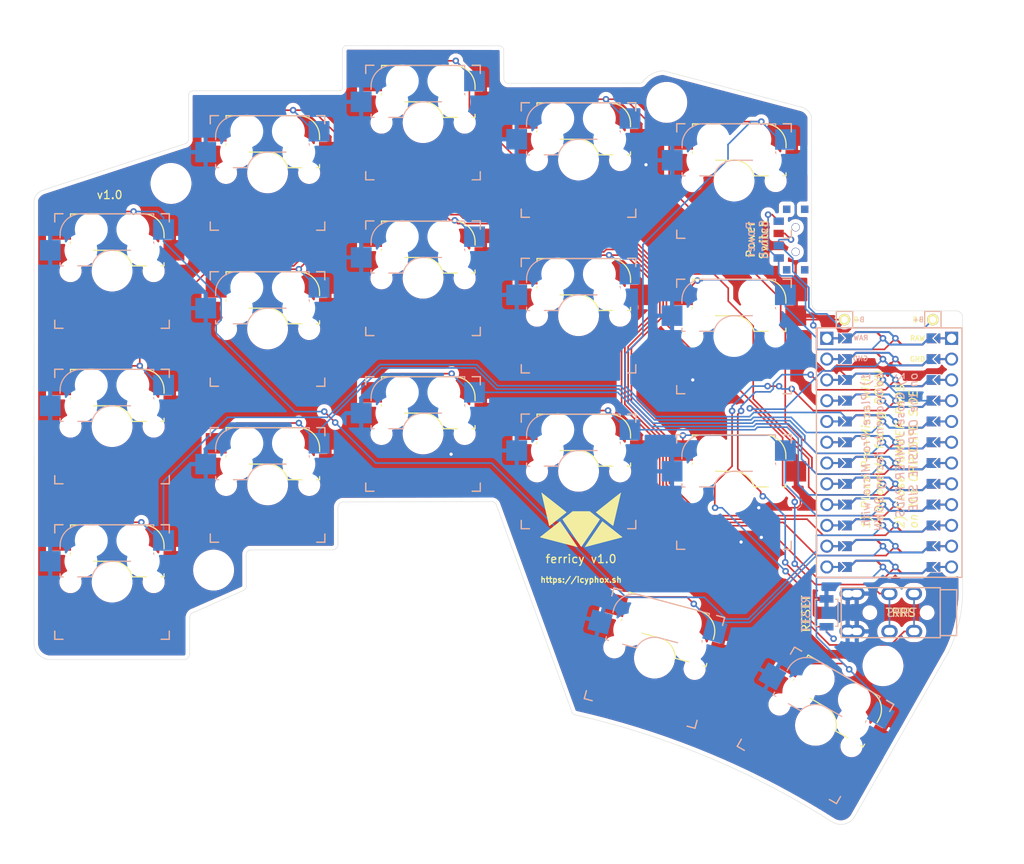
<source format=kicad_pcb>
(kicad_pcb (version 20211014) (generator pcbnew)
  (layers (0 "F.Cu" signal) (31 "B.Cu" signal) (34 "B.Paste" user) (35 "F.Paste" user) (36 "B.SilkS" user "B.Silkscreen") (37 "F.SilkS" user "F.Silkscreen") (38 "B.Mask" user) (39 "F.Mask" user) (44 "Edge.Cuts" user))
  (net 0 "")
  (net 1 "gnd")
  (net 2 "vcc")
  (net 3 "Switch18")
  (net 4 "reset")
  (net 5 "Switch1")
  (net 6 "Switch2")
  (net 7 "Switch3")
  (net 8 "Switch4")
  (net 9 "Switch5")
  (net 10 "Switch6")
  (net 11 "Switch7")
  (net 12 "Switch8")
  (net 13 "Switch9")
  (net 14 "Switch10")
  (net 15 "Switch11")
  (net 16 "Switch12")
  (net 17 "Switch13")
  (net 18 "Switch14")
  (net 19 "Switch15")
  (net 20 "Switch16")
  (net 21 "Switch17")
  (net 22 "raw")
  (net 23 "BT+_r")
  (net 24 "Net-(SW_POWERR1-Pad1)")
  (footprint "kbd:1pin_conn" (layer "F.Cu") (at 145.288 82.931)
    (fp_text reference "Bat+r1" hide)
    (fp_text value "MountingHole_Pad" hide)
  )
  (footprint "kbd:1pin_conn" (layer "F.Cu") (at 134.493 82.931)
    (fp_text reference "BatGND1" hide)
    (fp_text value "MountingHole_Pad" hide)
  )
  (footprint "Keyswitches by Daprice:Kailh_socket_MX_reversible_sameside" (layer "F.Cu") (at 45 77)
    (fp_text reference "SW2" hide)
    (fp_text value "SW_Push" hide)
  )
  (footprint "Keyswitches by Daprice:Kailh_socket_MX_reversible_sameside" (layer "F.Cu") (at 64 65)
    (fp_text reference "SW3" hide)
    (fp_text value "SW_Push" hide)
  )
  (footprint "Keyswitches by Daprice:Kailh_socket_MX_reversible_sameside" (layer "F.Cu") (at 83 58.86)
    (fp_text reference "SW4" hide)
    (fp_text value "SW_Push" hide)
  )
  (footprint "Keyswitches by Daprice:Kailh_socket_MX_reversible_sameside" (layer "F.Cu") (at 101.994 63.432)
    (fp_text reference "SW5" hide)
    (fp_text value "SW_Push" hide)
  )
  (footprint "Keyswitches by Daprice:Kailh_socket_MX_reversible_sameside" (layer "F.Cu") (at 121 66)
    (fp_text reference "SW6" hide)
    (fp_text value "SW_Push" hide)
  )
  (footprint "Keyswitches by Daprice:Kailh_socket_MX_reversible_sameside" (layer "F.Cu") (at 45 96)
    (fp_text reference "SW8" hide)
    (fp_text value "SW_Push" hide)
  )
  (footprint "Keyswitches by Daprice:Kailh_socket_MX_reversible_sameside" (layer "F.Cu") (at 64 84.074)
    (fp_text reference "SW9" hide)
    (fp_text value "SW_Push" hide)
  )
  (footprint "Keyswitches by Daprice:Kailh_socket_MX_reversible_sameside" (layer "F.Cu") (at 83 77.878)
    (fp_text reference "SW10" hide)
    (fp_text value "SW_Push" hide)
  )
  (footprint "Keyswitches by Daprice:Kailh_socket_MX_reversible_sameside" (layer "F.Cu") (at 102 82.45)
    (fp_text reference "SW11" hide)
    (fp_text value "SW_Push" hide)
  )
  (footprint "Keyswitches by Daprice:Kailh_socket_MX_reversible_sameside" (layer "F.Cu") (at 120.98 84.99)
    (fp_text reference "SW12" hide)
    (fp_text value "SW_Push" hide)
  )
  (footprint "Keyswitches by Daprice:Kailh_socket_MX_reversible_sameside" (layer "F.Cu") (at 45 115)
    (fp_text reference "SW14" hide)
    (fp_text value "SW_Push" hide)
  )
  (footprint "Keyswitches by Daprice:Kailh_socket_MX_reversible_sameside" (layer "F.Cu") (at 64.008 103.124)
    (fp_text reference "SW15" hide)
    (fp_text value "SW_Push" hide)
  )
  (footprint "Keyswitches by Daprice:Kailh_socket_MX_reversible_sameside" (layer "F.Cu") (at 102 101.468)
    (fp_text reference "SW17" hide)
    (fp_text value "SW_Push" hide)
  )
  (footprint "Keyswitches by Daprice:Kailh_socket_MX_reversible_sameside" (layer "F.Cu") (at 130.95 132.504 -30)
    (fp_text reference "SW20" hide)
    (fp_text value "SW_Push" hide)
  )
  (footprint "Keyswitches by Daprice:Kailh_socket_MX_reversible_sameside" (layer "F.Cu") (at 111.272 124.288 -15)
    (fp_text reference "SW21" hide)
    (fp_text value "SW_Push" hide)
  )
  (footprint "kbd:SW_SPST_B3U-1000P" (layer "F.Cu") (at 132.291 118.758 -90)
    (fp_text reference "RST_B" hide)
    (fp_text value "SW_Push")
  )
  (footprint "Keyswitches by Daprice:Kailh_socket_MX_reversible_sameside" (layer "F.Cu") (at 120.98 104.008)
    (fp_text reference "SW18" hide)
    (fp_text value "SW_Push" hide)
  )
  (footprint "Promicro-Jumpers:ProMicro_facedown" (layer "F.Cu") (at 139.954 99.187 -90)
    (fp_text reference "U1" hide)
    (fp_text value "ProMicro-kbd" hide)
  )
  (footprint "Kailh:TRRS-PJ-DPB2" (layer "F.Cu") (at 146.19 118.734 -90)
    (fp_text reference "J2")
    (fp_text value "AudioJack4dpb" hide)
  )
  (footprint "Keyswitches by Daprice:Kailh_socket_MX_reversible_sameside" (layer "F.Cu") (at 83 96.896)
    (fp_text reference "SW16" hide)
    (fp_text value "SW_Push" hide)
  )
  (footprint "MountingHole:MountingHole_3.2mm_M3" (layer "F.Cu") (at 52.197 66.294)
    (fp_text reference "Mounting 04" hide)
    (fp_text value "MountingHole_3.2mm_M3")
  )
  (footprint "MountingHole:MountingHole_3.2mm_M3" (layer "F.Cu") (at 57.404 113.538)
    (fp_text reference "Mounting 03" hide)
    (fp_text value "MountingHole_3.2mm_M3")
  )
  (footprint "Kailh:SPDT_C128955r" (layer "F.Cu") (at 128.524 73.152 -90)
    (fp_text reference "SW_POWERR_BK" hide)
    (fp_text value "SW_SPDT")
  )
  (footprint "motif" (layer "F.Cu") (at 102.302 107.099)
    (fp_text reference ".")
    (fp_text value "LOGO" hide)
  )
  (footprint "MountingHole:MountingHole_3.2mm_M3" (layer "F.Cu") (at 139.192 125.222)
    (fp_text reference "Mounting 02" hide)
    (fp_text value "MountingHole_3.2mm_M3")
  )
  (footprint "MountingHole:MountingHole_3.2mm_M3" (layer "F.Cu") (at 112.776 56.388)
    (fp_text reference "Mounting 01" hide)
    (fp_text value "MountingHole_3.2mm_M3")
  )
  (footprint "Kailh:SPDT_C128955" (layer "B.Cu") (at 128.524 73.152 90)
    (fp_text reference "SW_POWERR1" hide)
    (fp_text value "SW_SPDT")
  )
  (footprint "kbd:SW_SPST_B3U-1000P" (layer "B.Cu") (at 132.289 118.758 -90)
    (fp_text reference "RST_F" hide)
    (fp_text value "SW_Push")
  )
  (gr_arc (start 148.162 81.866) (mid 148.69233 82.08567) (end 148.912 82.616) (layer "Edge.Cuts") (width 0.05))
  (gr_line (start 131.458 81.868917) (end 148.162 81.866) (layer "Edge.Cuts") (width 0.05))
  (gr_line (start 147.161679 123.613657) (end 135.71 143.699265) (layer "Edge.Cuts") (width 0.05))
  (gr_arc (start 148.924 116.248) (mid 148.462831 120.031316) (end 147.161679 123.613657) (layer "Edge.Cuts") (width 0.05))
  (gr_line (start 148.912 82.616) (end 148.912 113.7285) (layer "Edge.Cuts") (width 0.05))
  (gr_line (start 148.912 113.7285) (end 148.924 116.248) (layer "Edge.Cuts") (width 0.05))
  (gr_arc (start 131.458 81.868917) (mid 130.750893 81.576024) (end 130.458 80.868917) (layer "Edge.Cuts") (width 0.05))
  (gr_line (start 130.458 80.868917) (end 130.463 58.124) (layer "Edge.Cuts") (width 0.05))
  (gr_arc (start 35.465859 68.23732) (mid 35.894801 67.527965) (end 36.602 67.099) (layer "Edge.Cuts") (width 0.05))
  (gr_line (start 37.768 124.474571) (end 37.493002 124.473917) (layer "Edge.Cuts") (width 0.05))
  (gr_arc (start 101.577 131.224) (mid 117.840518 136.408748) (end 132.978 144.298) (layer "Edge.Cuts") (width 0.05))
  (gr_arc (start 37.493002 124.473917) (mid 36.080534 123.924716) (end 35.458001 122.542999) (layer "Edge.Cuts") (width 0.05))
  (gr_arc (start 135.71 143.699265) (mid 134.468995 144.56898) (end 132.978 144.298) (layer "Edge.Cuts") (width 0.05))
  (gr_line (start 35.465859 68.23732) (end 35.458001 122.542999) (layer "Edge.Cuts") (width 0.05))
  (gr_line (start 92.403102 49.479011) (end 73.532011 49.447898) (layer "Edge.Cuts") (width 0.05))
  (gr_line (start 61.807011 111.072898) (end 72.052 111.074) (layer "Edge.Cuts") (width 0.05))
  (gr_line (start 93.300898 54.043989) (end 109.427 54.038286) (layer "Edge.Cuts") (width 0.05))
  (gr_arc (start 54.477 119.369) (mid 54.623362 118.939335) (end 55.002 118.689) (layer "Edge.Cuts") (width 0.05))
  (gr_arc (start 91.502 105.174) (mid 91.775898 105.318989) (end 91.952 105.574) (layer "Edge.Cuts") (width 0.05))
  (gr_line (start 54.800898 54.979011) (end 72.94482 54.974865) (layer "Edge.Cuts") (width 0.05))
  (gr_arc (start 72.602854 110.459338) (mid 72.420397 110.849988) (end 72.052 111.074) (layer "Edge.Cuts") (width 0.05))
  (gr_arc (start 73.152 49.974) (mid 73.263411 49.654179) (end 73.532011 49.447898) (layer "Edge.Cuts") (width 0.05))
  (gr_line (start 55.002 118.689) (end 61.007005 116.045124) (layer "Edge.Cuts") (width 0.05))
  (gr_line (start 61.407005 115.595124) (end 61.402 111.574) (layer "Edge.Cuts") (width 0.05))
  (gr_line (start 54.477 123.849) (end 54.477 119.369) (layer "Edge.Cuts") (width 0.05))
  (gr_arc (start 61.402 111.574) (mid 61.536984 111.268876) (end 61.807011 111.072898) (layer "Edge.Cuts") (width 0.05))
  (gr_arc (start 109.819298 53.8895) (mid 110.939268 52.91738) (end 112.370657 52.52947) (layer "Edge.Cuts") (width 0.05))
  (gr_arc (start 129.32468 56.987859) (mid 130.033378 57.416124) (end 130.463 58.124) (layer "Edge.Cuts") (width 0.05))
  (gr_line (start 72.602854 110.459338) (end 72.602 105.799) (layer "Edge.Cuts") (width 0.05))
  (gr_arc (start 101.577 131.224) (mid 101.34439 131.123244) (end 101.200973 130.914222) (layer "Edge.Cuts") (width 0.05))
  (gr_line (start 73.146989 54.575102) (end 73.152 49.974) (layer "Edge.Cuts") (width 0.05))
  (gr_arc (start 72.602 105.799) (mid 72.778096 105.424716) (end 73.133326 105.212797) (layer "Edge.Cuts") (width 0.05))
  (gr_line (start 91.952 105.574) (end 101.200973 130.914222) (layer "Edge.Cuts") (width 0.05))
  (gr_line (start 92.853102 49.879011) (end 92.877 53.624) (layer "Edge.Cuts") (width 0.05))
  (gr_line (start 37.768 124.474571) (end 53.927 124.474) (layer "Edge.Cuts") (width 0.05))
  (gr_arc (start 54.350898 55.379011) (mid 54.527 55.124001) (end 54.800898 54.979011) (layer "Edge.Cuts") (width 0.05))
  (gr_line (start 73.133326 105.212797) (end 91.502 105.174) (layer "Edge.Cuts") (width 0.05))
  (gr_arc (start 54.341416 60.965313) (mid 54.18941 61.268661) (end 53.902 61.449) (layer "Edge.Cuts") (width 0.05))
  (gr_arc (start 54.477 123.849) (mid 54.294992 124.243333) (end 53.927 124.474) (layer "Edge.Cuts") (width 0.05))
  (gr_line (start 129.32468 56.987859) (end 112.370657 52.52947) (layer "Edge.Cuts") (width 0.05))
  (gr_arc (start 109.819298 53.8895) (mid 109.642438 54.014751) (end 109.427 54.038286) (layer "Edge.Cuts") (width 0.05))
  (gr_arc (start 61.407005 115.595124) (mid 61.262 115.869) (end 61.007005 116.045124) (layer "Edge.Cuts") (width 0.05))
  (gr_arc (start 93.300898 54.043989) (mid 93.031542 53.891935) (end 92.877 53.624) (layer "Edge.Cuts") (width 0.05))
  (gr_arc (start 92.403102 49.479011) (mid 92.677001 49.624) (end 92.853102 49.879011) (layer "Edge.Cuts") (width 0.05))
  (gr_line (start 36.602 67.099) (end 53.902 61.449) (layer "Edge.Cuts") (width 0.05))
  (gr_arc (start 73.146989 54.575102) (mid 73.101077 54.802882) (end 72.94482 54.974865) (layer "Edge.Cuts") (width 0.05))
  (gr_line (start 54.341416 60.965313) (end 54.350898 55.379011) (layer "Edge.Cuts") (width 0.05))
  (gr_text "1) Place Pro-Micro with\ncomponents facing DOWN" (at 137.922 89.281 90) (layer "B.SilkS") (effects (font (size 1 1) (thickness 0.15) italic) (justify left mirror)))
  (gr_text "2) Close JUMPER PADS\non the OPPOSITE SIDE" (at 142.113 89.281 90) (layer "B.SilkS") (effects (font (size 1 1) (thickness 0.15) italic) (justify left mirror)))
  (gr_text "B+" (at 143.51 82.931) (layer "B.SilkS") (effects (font (size 0.6 0.6) (thickness 0.1)) (justify mirror)))
  (gr_text "Power\nSwitch" (at 123.825 73.152 90) (layer "B.SilkS") (effects (font (size 1 1)) (justify mirror)))
  (gr_text "GND" (at 135.4455 87.6935) (layer "B.SilkS") (effects (font (size 0.6 0.6) (thickness 0.12)) (justify right mirror)))
  (gr_text "RAW" (at 135.509 85.1535) (layer "B.SilkS") (effects (font (size 0.6 0.6) (thickness 0.12)) (justify right mirror)))
  (gr_text "B-" (at 136.271 82.931) (layer "B.SilkS") (effects (font (size 0.6 0.6) (thickness 0.1)) (justify mirror)))
  (gr_text "GND" (at 144.399 87.757) (layer "F.SilkS") (effects (font (size 0.6 0.6) (thickness 0.12)) (justify right)))
  (gr_text "B+" (at 143.51 82.931) (layer "F.SilkS") (effects (font (size 0.6 0.6) (thickness 0.1))))
  (gr_text "1) Place Pro-Micro with\ncomponents facing DOWN" (at 137.922 108.585 90) (layer "F.SilkS") (effects (font (size 1 1) (thickness 0.15) italic) (justify left)))
  (gr_text "v1.0" (at 44.704 67.691) (layer "F.SilkS") (effects (font (size 1 1))))
  (gr_text "2) Close JUMPER PADS\non the OPPOSITE SIDE" (at 142.113 108.585 90) (layer "F.SilkS") (effects (font (size 1 1) (thickness 0.15) italic) (justify left)))
  (gr_text "B-" (at 136.271 82.931) (layer "F.SilkS") (effects (font (size 0.6 0.6) (thickness 0.1))))
  (gr_text "Power\nSwitch" (at 123.825 73.152 90) (layer "F.SilkS") (effects (font (size 1 1))))
  (gr_text "RAW" (at 144.399 85.217) (layer "F.SilkS") (effects (font (size 0.6 0.6) (thickness 0.12)) (justify right)))
  (segment (start 128.54 101.468) (end 128.54 102.918) (width 0.2) (layer "F.Cu") (net 1))
  (segment (start 129.021 82.931) (end 128.54 82.45) (width 0.2) (layer "F.Cu") (net 1))
  (segment (start 139.192 89.281) (end 139.192 90.297) (width 0.2) (layer "F.Cu") (net 1))
  (segment (start 132.122999 89.196999) (end 134.027999 89.196999) (width 0.2) (layer "F.Cu") (net 1))
  (segment (start 128.54 102.918) (end 129.110026 103.488026) (width 0.2) (layer "F.Cu") (net 1))
  (segment (start 129.110026 103.488026) (end 129.110026 105.542476) (width 0.2) (layer "F.Cu") (net 1))
  (segment (start 128.54 82.45) (end 128.54 85.614) (width 0.2) (layer "F.Cu") (net 1))
  (segment (start 134.493 82.931) (end 129.021 82.931) (width 0.2) (layer "F.Cu") (net 1))
  (segment (start 128.734502 105.918) (end 124.0155 105.918) (width 0.2) (layer "F.Cu") (net 1))
  (segment (start 129.110026 105.542476) (end 128.734502 105.918) (width 0.2) (layer "F.Cu") (net 1))
  (segment (start 128.54 85.614) (end 132.122999 89.196999) (width 0.2) (layer "F.Cu") (net 1))
  (segment (start 140.716 87.757) (end 139.192 89.281) (width 0.2) (layer "F.Cu") (net 1))
  (segment (start 134.027999 89.196999) (end 135.128 90.297) (width 0.2) (layer "F.Cu") (net 1))
  (via (at 110.236 64.008) (size 0.8) (drill 0.4) (layers "F.Cu" "B.Cu") (net 1))
  (via (at 121.8565 110.109) (size 0.8) (drill 0.4) (layers "F.Cu" "B.Cu") (net 1))
  (via (at 86.4235 99.3775) (size 0.8) (drill 0.4) (layers "F.Cu" "B.Cu") (net 1))
  (via (at 124.0155 105.918) (size 0.8) (drill 0.4) (layers "F.Cu" "B.Cu") (net 1))
  (via (at 115.951 90.297) (size 0.8) (drill 0.4) (layers "F.Cu" "B.Cu") (net 1))
  (via (at 124.333 109.5375) (size 0.8) (drill 0.4) (layers "F.Cu" "B.Cu") (net 1))
  (segment (start 124.0155 109.22) (end 124.333 109.5375) (width 0.2) (layer "B.Cu") (net 1))
  (segment (start 139.192 90.297) (end 141.732 92.837) (width 0.2) (layer "B.Cu") (net 1))
  (segment (start 141.732 92.837) (end 144.78 92.837) (width 0.2) (layer "B.Cu") (net 1))
  (segment (start 124.0155 105.918) (end 124.0155 109.22) (width 0.2) (layer "B.Cu") (net 1))
  (segment (start 132.674998 122.682) (end 140.142 122.682) (width 0.2) (layer "F.Cu") (net 2))
  (segment (start 120.756533 94.08796) (end 120.756533 100.836493) (width 0.2) (layer "F.Cu") (net 2))
  (segment (start 141.79 121.034) (end 142.99 121.034) (width 0.2) (layer "F.Cu") (net 2))
  (segment (start 131.064 94.0435) (end 130.683 94.0435) (width 0.2) (layer "F.Cu") (net 2))
  (segment (start 118.636579 102.956447) (end 118.636579 105.873079) (width 0.2) (layer "F.Cu") (net 2))
  (segment (start 127.295246 113.674149) (end 129.58449 115.963393) (width 0.2) (layer "F.Cu") (net 2))
  (segment (start 118.636579 105.873079) (end 118.6815 105.918) (width 0.2) (layer "F.Cu") (net 2))
  (segment (start 125.107129 91.071129) (end 125.095 91.059) (width 0.2) (layer "F.Cu") (net 2))
  (segment (start 140.142 122.682) (end 141.79 121.034) (width 0.2) (layer "F.Cu") (net 2))
  (segment (start 120.756533 100.836493) (end 118.636579 102.956447) (width 0.2) (layer "F.Cu") (net 2))
  (segment (start 139.5095 94.0435) (end 131.064 94.0435) (width 0.2) (layer "F.Cu") (net 2))
  (segment (start 130.683 94.0435) (end 128.043425 91.403925) (width 0.2) (layer "F.Cu") (net 2))
  (segment (start 126.495012 91.071129) (end 125.107129 91.071129) (width 0.2) (layer "F.Cu") (net 2))
  (segment (start 129.58449 119.591492) (end 132.674998 122.682) (width 0.2) (layer "F.Cu") (net 2))
  (segment (start 140.716 92.837) (end 139.5095 94.0435) (width 0.2) (layer "F.Cu") (net 2))
  (segment (start 129.58449 115.963393) (end 129.58449 119.591492) (width 0.2) (layer "F.Cu") (net 2))
  (via (at 125.095 91.059) (size 0.8) (drill 0.4) (layers "F.Cu" "B.Cu") (net 2))
  (via (at 126.495012 91.071129) (size 0.8) (drill 0.4) (layers "F.Cu" "B.Cu") (net 2))
  (via (at 128.043425 91.403925) (size 0.8) (drill 0.4) (layers "F.Cu" "B.Cu") (net 2))
  (via (at 120.756533 94.08796) (size 0.8) (drill 0.4) (layers "F.Cu" "B.Cu") (net 2))
  (via (at 127.295246 113.674149) (size 0.8) (drill 0.4) (layers "F.Cu" "B.Cu") (net 2))
  (via (at 118.6815 105.918) (size 0.8) (drill 0.4) (layers "F.Cu" "B.Cu") (net 2))
  (segment (start 142.99 121.034) (end 142.99 116.424) (width 0.2) (layer "B.Cu") (net 2))
  (segment (start 119.539097 105.918) (end 127.295246 113.674149) (width 0.2) (layer "B.Cu") (net 2))
  (segment (start 120.756533 93.522275) (end 123.219808 91.059) (width 0.2) (layer "B.Cu") (net 2))
  (segment (start 142.99 116.424) (end 142.97 116.404) (width 0.2) (layer "B.Cu") (net 2))
  (segment (start 123.219808 91.059) (end 124.529315 91.059) (width 0.2) (layer "B.Cu") (net 2))
  (segment (start 124.529315 91.059) (end 125.095 91.059) (width 0.2) (layer "B.Cu") (net 2))
  (segment (start 118.6815 105.918) (end 119.539097 105.918) (width 0.2) (layer "B.Cu") (net 2))
  (segment (start 126.827808 91.403925) (end 126.495012 91.071129) (width 0.2) (layer "B.Cu") (net 2))
  (segment (start 128.043425 91.403925) (end 126.827808 91.403925) (width 0.2) (layer "B.Cu") (net 2))
  (segment (start 120.756533 94.08796) (end 120.756533 93.522275) (width 0.2) (layer "B.Cu") (net 2))
  (segment (start 128.410025 104.64079) (end 126.9365 103.167265) (width 0.2) (layer "F.Cu") (net 3))
  (segment (start 128.410025 105.206475) (end 128.410025 104.64079) (width 0.2) (layer "F.Cu") (net 3))
  (segment (start 123.363201 93.772201) (end 122.919251 93.772201) (width 0.2) (layer "F.Cu") (net 3))
  (segment (start 128.410025 112.762975) (end 130.95104 115.30399) (width 0.2) (layer "F.Cu") (net 3))
  (segment (start 130.95104 115.30399) (end 137.66999 115.30399) (width 0.2) (layer "F.Cu") (net 3))
  (segment (start 138.77 116.404) (end 139.97 116.404) (width 0.2) (layer "F.Cu") (net 3))
  (segment (start 126.9365 97.3455) (end 123.363201 93.772201) (width 0.2) (layer "F.Cu") (net 3))
  (segment (start 126.9365 103.167265) (end 126.9365 97.3455) (width 0.2) (layer "F.Cu") (net 3))
  (segment (start 137.66999 115.30399) (end 138.77 116.404) (width 0.2) (layer "F.Cu") (net 3))
  (via (at 122.919251 93.772201) (size 0.8) (drill 0.4) (layers "F.Cu" "B.Cu") (net 3))
  (via (at 128.410025 112.762975) (size 0.8) (drill 0.4) (layers "F.Cu" "B.Cu") (net 3))
  (via (at 128.410025 105.206475) (size 0.8) (drill 0.4) (layers "F.Cu" "B.Cu") (net 3))
  (segment (start 139.99 121.034) (end 139.99 116.424) (width 0.2) (layer "B.Cu") (net 3))
  (segment (start 128.410025 112.762975) (end 128.410025 105.206475) (width 0.2) (layer "B.Cu") (net 3))
  (segment (start 138.29199 88.65701) (end 133.33899 88.65701) (width 0.2) (layer "B.Cu") (net 3))
  (segment (start 132.799001 89.196999) (end 131.805999 89.196999) (width 0.2) (layer "B.Cu") (net 3))
  (segment (start 123.024039 93.876989) (end 127.126009 93.876989) (width 0.2) (layer "B.Cu") (net 3))
  (segment (start 133.33899 88.65701) (end 132.799001 89.196999) (width 0.2) (layer "B.Cu") (net 3))
  (segment (start 139.99 116.424) (end 139.97 116.404) (width 0.2) (layer "B.Cu") (net 3))
  (segment (start 122.919251 93.772201) (end 123.024039 93.876989) (width 0.2) (layer "B.Cu") (net 3))
  (segment (start 131.805999 89.196999) (end 127.126009 93.876989) (width 0.2) (layer "B.Cu") (net 3))
  (segment (start 139.192 87.757) (end 138.29199 88.65701) (width 0.2) (layer "B.Cu") (net 3))
  (segment (start 129.9845 119.3165) (end 131.126 120.458) (width 0.2) (layer "F.Cu") (net 4))
  (segment (start 131.126 120.458) (end 132.291 120.458) (width 0.2) (layer "F.Cu") (net 4))
  (segment (start 132.291 120.458) (end 132.291 121.0515) (width 0.2) (layer "F.Cu") (net 4))
  (segment (start 139.5095 91.5035) (end 131.064 91.5035) (width 0.2) (layer "F.Cu") (net 4))
  (segment (start 131.064 90.3605) (end 130.358274 89.654774) (width 0.2) (layer "F.Cu") (net 4))
  (segment (start 124.254797 104.264997) (end 124.254797 103.960197) (width 0.2) (layer "F.Cu") (net 4))
  (segment (start 140.716 90.297) (end 139.5095 91.5035) (width 0.2) (layer "F.Cu") (net 4))
  (segment (start 124.254797 103.960197) (end 121.456501 101.161901) (width 0.2) (layer "F.Cu") (net 4))
  (segment (start 129.9845 115.373452) (end 129.9845 119.3165) (width 0.2) (layer "F.Cu") (net 4))
  (segment (start 127.248922 112.591822) (end 127.248922 112.637874) (width 0.2) (layer "F.Cu") (net 4))
  (segment (start 124.5108 104.521) (end 124.254797 104.264997) (width 0.2) (layer "F.Cu") (net 4))
  (segment (start 132.291 121.0515) (end 133.1595 121.92) (width 0.2) (layer "F.Cu") (net 4))
  (segment (start 131.064 91.5035) (end 131.064 90.3605) (width 0.2) (layer "F.Cu") (net 4))
  (segment (start 121.456501 94.487959) (end 121.8565 94.08796) (width 0.2) (layer "F.Cu") (net 4))
  (segment (start 121.456501 101.161901) (end 121.456501 94.487959) (width 0.2) (layer "F.Cu") (net 4))
  (segment (start 127.248922 112.637874) (end 129.9845 115.373452) (width 0.2) (layer "F.Cu") (net 4))
  (via (at 133.1595 121.92) (size 0.8) (drill 0.4) (layers "F.Cu" "B.Cu") (net 4))
  (via (at 130.358274 89.654774) (size 0.8) (drill 0.4) (layers "F.Cu" "B.Cu") (net 4))
  (via (at 124.5108 104.521) (size 0.8) (drill 0.4) (layers "F.Cu" "B.Cu") (net 4))
  (via (at 127.248922 112.591822) (size 0.8) (drill 0.4) (layers "F.Cu" "B.Cu") (net 4))
  (via (at 121.8565 94.08796) (size 0.8) (drill 0.4) (layers "F.Cu" "B.Cu") (net 4))
  (segment (start 125.431002 91.759002) (end 123.619773 91.759002) (width 0.2) (layer "B.Cu") (net 4))
  (segment (start 127.248922 106.963436) (end 127.248922 112.591822) (width 0.2) (layer "B.Cu") (net 4))
  (segment (start 132.289 121.108) (end 132.289 120.458) (width 0.2) (layer "B.Cu") (net 4))
  (segment (start 132.701001 121.520001) (end 132.289 121.108) (width 0.2) (layer "B.Cu") (net 4))
  (segment (start 132.759501 121.520001) (end 132.701001 121.520001) (width 0.2) (layer "B.Cu") (net 4))
  (segment (start 125.795002 91.395002) (end 125.431002 91.759002) (width 0.2) (layer "B.Cu") (net 4))
  (segment (start 125.795002 90.722998) (end 125.795002 91.395002) (width 0.2) (layer "B.Cu") (net 4))
  (segment (start 124.806486 104.521) (end 127.248922 106.963436) (width 0.2) (layer "B.Cu") (net 4))
  (segment (start 121.8565 93.522275) (end 121.8565 94.08796) (width 0.2) (layer "B.Cu") (net 4))
  (segment (start 124.5108 104.521) (end 124.806486 104.521) (width 0.2) (layer "B.Cu") (net 4))
  (segment (start 130.358274 89.654774) (end 126.863226 89.654774) (width 0.2) (layer "B.Cu") (net 4))
  (segment (start 126.863226 89.654774) (end 125.795002 90.722998) (width 0.2) (layer "B.Cu") (net 4))
  (segment (start 133.1595 121.92) (end 132.759501 121.520001) (width 0.2) (layer "B.Cu") (net 4))
  (segment (start 123.619773 91.759002) (end 121.8565 93.522275) (width 0.2) (layer "B.Cu") (net 4))
  (segment (start 38.71 71.92) (end 38.735 71.92) (width 0.2) (layer "F.Cu") (net 5))
  (segment (start 38.735 71.92) (end 40.932 69.723) (width 0.2) (layer "F.Cu") (net 5))
  (segment (start 70.9295 94.167499) (end 70.9295 94.1705) (width 0.2) (layer "F.Cu") (net 5))
  (segment (start 70.9295 94.1705) (end 72.263 95.504) (width 0.2) (layer "F.Cu") (net 5))
  (segment (start 40.932 69.723) (end 47.625 69.723) (width 0.2) (layer "F.Cu") (net 5))
  (via (at 47.625 69.723) (size 0.8) (drill 0.4) (layers "F.Cu" "B.Cu") (net 5))
  (via (at 72.263 95.504) (size 0.8) (drill 0.4) (layers "F.Cu" "B.Cu") (net 5))
  (via (at 70.9295 94.167499) (size 0.8) (drill 0.4) (layers "F.Cu" "B.Cu") (net 5))
  (segment (start 51.29 71.92) (end 51.29 73.37) (width 0.2) (layer "B.Cu") (net 5))
  (segment (start 107.7849 116.8654) (end 117.375578 116.8654) (width 0.2) (layer "B.Cu") (net 5))
  (segment (start 58.3184 80.3984) (end 58.3184 82.977947) (width 0.2) (layer "B.Cu") (net 5))
  (segment (start 57.719579 84.576913) (end 67.310165 94.167499) (width 0.2) (layer "B.Cu") (net 5))
  (segment (start 58.3184 82.977947) (end 57.719579 83.576768) (width 0.2) (layer "B.Cu") (net 5))
  (segment (start 122.740573 119.517729) (end 131.064 111.194302) (width 0.2) (layer "B.Cu") (net 5))
  (segment (start 50.543 69.723) (end 51.29 70.47) (width 0.2) (layer "B.Cu") (net 5))
  (segment (start 117.375578 116.8654) (end 120.027907 119.517729) (width 0.2) (layer "B.Cu") (net 5))
  (segment (start 57.719579 83.576768) (end 57.719579 84.576913) (width 0.2) (layer "B.Cu") (net 5))
  (segment (start 131.064 109.2835) (end 137.9855 109.2835) (width 0.2) (layer "B.Cu") (net 5))
  (segment (start 77.216 100.457) (end 91.3765 100.457) (width 0.2) (layer "B.Cu") (net 5))
  (segment (start 51.29 70.47) (end 51.29 71.92) (width 0.2) (layer "B.Cu") (net 5))
  (segment (start 51.29 73.37) (end 58.3184 80.3984) (width 0.2) (layer "B.Cu") (net 5))
  (segment (start 47.625 69.723) (end 50.543 69.723) (width 0.2) (layer "B.Cu") (net 5))
  (segment (start 72.263 95.504) (end 77.216 100.457) (width 0.2) (layer "B.Cu") (net 5))
  (segment (start 137.9855 109.2835) (end 139.192 108.077) (width 0.2) (layer "B.Cu") (net 5))
  (segment (start 120.027907 119.517729) (end 122.740573 119.517729) (width 0.2) (layer "B.Cu") (net 5))
  (segment (start 91.3765 100.457) (end 107.7849 116.8654) (width 0.2) (layer "B.Cu") (net 5))
  (segment (start 131.064 111.194302) (end 131.064 109.2835) (width 0.2) (layer "B.Cu") (net 5))
  (segment (start 67.310165 94.167499) (end 70.9295 94.167499) (width 0.2) (layer "B.Cu") (net 5))
  (segment (start 60.3145 57.3405) (end 67.1195 57.3405) (width 0.2) (layer "F.Cu") (net 6))
  (segment (start 139.36301 104.34999) (end 131.08349 104.34999) (width 0.2) (layer "F.Cu") (net 6))
  (segment (start 140.716 102.997) (end 139.36301 104.34999) (width 0.2) (layer "F.Cu") (net 6))
  (segment (start 77.20999 65.044988) (end 69.505502 57.3405) (width 0.2) (layer "F.Cu") (net 6))
  (segment (start 131.08349 104.34999) (end 130.115001 103.381501) (width 0.2) (layer "F.Cu") (net 6))
  (segment (start 120.329166 91.1225) (end 112.735041 83.528375) (width 0.2) (layer "F.Cu") (net 6))
  (segment (start 121.2792 91.1225) (end 120.329166 91.1225) (width 0.2) (layer "F.Cu") (net 6))
  (segment (start 108.134766 73.156969) (end 101.93367 73.156969) (width 0.2) (layer "F.Cu") (net 6))
  (segment (start 130.115001 103.381501) (end 130.115001 99.958301) (width 0.2) (layer "F.Cu") (net 6))
  (segment (start 67.685185 57.3405) (end 67.1195 57.3405) (width 0.2) (layer "F.Cu") (net 6))
  (segment (start 112.735041 83.528375) (end 112.735041 77.757244) (width 0.2) (layer "F.Cu") (net 6))
  (segment (start 93.82169 65.044988) (end 77.20999 65.044988) (width 0.2) (layer "F.Cu") (net 6))
  (segment (start 112.735041 77.757244) (end 108.134766 73.156969) (width 0.2) (layer "F.Cu") (net 6))
  (segment (start 57.735 59.92) (end 60.3145 57.3405) (width 0.2) (layer "F.Cu") (net 6))
  (segment (start 130.115001 99.958301) (end 121.2792 91.1225) (width 0.2) (layer "F.Cu") (net 6))
  (segment (start 69.505502 57.3405) (end 67.685185 57.3405) (width 0.2) (layer "F.Cu") (net 6))
  (segment (start 57.71 59.92) (end 57.735 59.92) (width 0.2) (layer "F.Cu") (net 6))
  (segment (start 101.93367 73.156969) (end 93.82169 65.044988) (width 0.2) (layer "F.Cu") (net 6))
  (via (at 67.1195 57.3405) (size 0.8) (drill 0.4) (layers "F.Cu" "B.Cu") (net 6))
  (segment (start 67.1195 57.3405) (end 69.699 59.92) (width 0.2) (layer "B.Cu") (net 6))
  (segment (start 69.699 59.92) (end 70.29 59.92) (width 0.2) (layer "B.Cu") (net 6))
  (segment (start 131.08349 101.80999) (end 130.515012 101.241512) (width 0.2) (layer "F.Cu") (net 7))
  (segment (start 76.71 53.78) (end 76.735 53.78) (width 0.2) (layer "F.Cu") (net 7))
  (segment (start 76.735 53.78) (end 79.207 51.308) (width 0.2) (layer "F.Cu") (net 7))
  (segment (start 139.36301 101.80999) (end 131.08349 101.80999) (width 0.2) (layer "F.Cu") (net 7))
  (segment (start 120.289521 80.676098) (end 120.289521 79.095519) (width 0.2) (layer "F.Cu") (net 7))
  (segment (start 103.931956 72.756958) (end 88.659521 57.484523) (width 0.2) (layer "F.Cu") (net 7))
  (segment (start 88.659521 52.972521) (end 86.995 51.308) (width 0.2) (layer "F.Cu") (net 7))
  (segment (start 120.289521 79.095519) (end 118.551236 77.357234) (width 0.2) (layer "F.Cu") (net 7))
  (segment (start 130.515012 101.241512) (end 130.515012 99.792612) (width 0.2) (layer "F.Cu") (net 7))
  (segment (start 79.207 51.308) (end 86.995 51.308) (width 0.2) (layer "F.Cu") (net 7))
  (segment (start 140.716 100.457) (end 139.36301 101.80999) (width 0.2) (layer "F.Cu") (net 7))
  (segment (start 130.515012 99.792612) (end 123.3424 92.62) (width 0.2) (layer "F.Cu") (net 7))
  (segment (start 123.3424 92.62) (end 123.3424 83.728977) (width 0.2) (layer "F.Cu") (net 7))
  (segment (start 108.300455 72.756958) (end 103.931956 72.756958) (width 0.2) (layer "F.Cu") (net 7))
  (segment (start 118.551236 77.357234) (end 112.90073 77.357233) (width 0.2) (layer "F.Cu") (net 7))
  (segment (start 88.659521 57.484523) (end 88.659521 52.972521) (width 0.2) (layer "F.Cu") (net 7))
  (segment (start 123.3424 83.728977) (end 120.289521 80.676098) (width 0.2) (layer "F.Cu") (net 7))
  (segment (start 112.90073 77.357233) (end 108.300455 72.756958) (width 0.2) (layer "F.Cu") (net 7))
  (via (at 86.995 51.308) (size 0.8) (drill 0.4) (layers "F.Cu" "B.Cu") (net 7))
  (segment (start 89.29 53.603) (end 89.29 53.78) (width 0.2) (layer "B.Cu") (net 7))
  (segment (start 86.995 51.308) (end 89.29 53.603) (width 0.2) (layer "B.Cu") (net 7))
  (segment (start 98.074 56.007) (end 105.3465 56.007) (width 0.2) (layer "F.Cu") (net 8))
  (segment (start 140.716 97.917) (end 139.36301 99.26999) (width 0.2) (layer "F.Cu") (net 8))
  (segment (start 127.260421 85.487232) (end 127.260421 84.309021) (width 0.2) (layer "F.Cu") (net 8))
  (segment (start 113.066418 66.792416) (end 113.066418 61.339416) (width 0.2) (layer "F.Cu") (net 8))
  (segment (start 95.729 58.352) (end 98.074 56.007) (width 0.2) (layer "F.Cu") (net 8))
  (segment (start 126.6952 80.421198) (end 113.066418 66.792416) (width 0.2) (layer "F.Cu") (net 8))
  (segment (start 127.260421 84.309021) (end 126.6952 83.7438) (width 0.2) (layer "F.Cu") (net 8))
  (segment (start 107.734002 56.007) (end 105.3465 56.007) (width 0.2) (layer "F.Cu") (net 8))
  (segment (start 139.36301 99.26999) (end 131.08349 99.26999) (width 0.2) (layer "F.Cu") (net 8))
  (segment (start 95.704 58.352) (end 95.729 58.352) (width 0.2) (layer "F.Cu") (net 8))
  (segment (start 126.6952 83.7438) (end 126.6952 80.421198) (width 0.2) (layer "F.Cu") (net 8))
  (segment (start 127.254 95.4405) (end 127.254 85.493653) (width 0.2) (layer "F.Cu") (net 8))
  (segment (start 113.066418 61.339416) (end 107.734002 56.007) (width 0.2) (layer "F.Cu") (net 8))
  (segment (start 127.254 85.493653) (end 127.260421 85.487232) (width 0.2) (layer "F.Cu") (net 8))
  (segment (start 131.08349 99.26999) (end 127.254 95.4405) (width 0.2) (layer "F.Cu") (net 8))
  (via (at 105.3465 56.007) (size 0.8) (drill 0.4) (layers "F.Cu" "B.Cu") (net 8))
  (segment (start 107.6915 58.352) (end 108.284 58.352) (width 0.2) (layer "B.Cu") (net 8))
  (segment (start 105.3465 56.007) (end 107.6915 58.352) (width 0.2) (layer "B.Cu") (net 8))
  (segment (start 116.9175 58.7375) (end 124.333 58.7375) (width 0.2) (layer "F.Cu") (net 9))
  (segment (start 114.735 60.92) (end 116.9175 58.7375) (width 0.2) (layer "F.Cu") (net 9))
  (segment (start 114.71 60.92) (end 114.735 60.92) (width 0.2) (layer "F.Cu") (net 9))
  (via (at 124.333 58.7375) (size 0.8) (drill 0.4) (layers "F.Cu" "B.Cu") (net 9))
  (segment (start 107.696 91.031902) (end 111.452058 94.78796) (width 0.2) (layer "B.Cu") (net 9))
  (segment (start 122.893244 94.78796) (end 123.404205 94.276999) (width 0.2) (layer "B.Cu") (net 9))
  (segment (start 109.865001 84.935997) (end 107.696 87.104998) (width 0.2) (layer "B.Cu") (net 9))
  (segment (start 124.333 58.7375) (end 123.058498 58.7375) (width 0.2) (layer "B.Cu") (net 9))
  (segment (start 123.058498 58.7375) (end 120.260001 61.535997) (width 0.2) (layer "B.Cu") (net 9))
  (segment (start 126.5155 60.92) (end 127.29 60.92) (width 0.2) (layer "B.Cu") (net 9))
  (segment (start 120.260001 63.376212) (end 109.865001 73.771212) (width 0.2) (layer "B.Cu") (net 9))
  (segment (start 111.452058 94.78796) (end 122.893244 94.78796) (width 0.2) (layer "B.Cu") (net 9))
  (segment (start 107.696 87.104998) (end 107.696 91.031902) (width 0.2) (layer "B.Cu") (net 9))
  (segment (start 134.027999 94.276999) (end 135.128 95.377) (width 0.2) (layer "B.Cu") (net 9))
  (segment (start 124.333 58.7375) (end 126.5155 60.92) (width 0.2) (layer "B.Cu") (net 9))
  (segment (start 123.404205 94.276999) (end 134.027999 94.276999) (width 0.2) (layer "B.Cu") (net 9))
  (segment (start 120.260001 61.535997) (end 120.260001 63.376212) (width 0.2) (layer "B.Cu") (net 9))
  (segment (start 109.865001 73.771212) (end 109.865001 84.935997) (width 0.2) (layer "B.Cu") (net 9))
  (segment (start 93.656001 65.444999) (end 101.767981 73.55698) (width 0.2) (layer "F.Cu") (net 10))
  (segment (start 38.71 90.92) (end 38.735 90.92) (width 0.2) (layer "F.Cu") (net 10))
  (segment (start 112.33503 77.922933) (end 112.33503 82.52907) (width 0.2) (layer "F.Cu") (net 10))
  (segment (start 139.36301 106.88999) (end 140.556902 105.696098) (width 0.2) (layer "F.Cu") (net 10))
  (segment (start 117.078657 106.88999) (end 139.36301 106.88999) (width 0.2) (layer "F.Cu") (net 10))
  (segment (start 108.458 92.964) (end 113.114999 97.620999) (width 0.2) (layer "F.Cu") (net 10))
  (segment (start 38.735 90.92) (end 41.0725 88.5825) (width 0.2) (layer "F.Cu") (net 10))
  (segment (start 107.969077 73.55698) (end 112.33503 77.922933) (width 0.2) (layer "F.Cu") (net 10))
  (segment (start 140.556902 105.696098) (end 140.716 105.537) (width 0.2) (layer "F.Cu") (net 10))
  (segment (start 101.767981 73.55698) (end 107.969077 73.55698) (width 0.2) (layer "F.Cu") (net 10))
  (segment (start 108.458 86.4061) (end 108.458 92.964) (width 0.2) (layer "F.Cu") (net 10))
  (segment (start 48.387 88.5825) (end 48.387 85.251998) (width 0.2) (layer "F.Cu") (net 10))
  (segment (start 78.108499 65.444999) (end 93.656001 65.444999) (width 0.2) (layer "F.Cu") (net 10))
  (segment (start 41.0725 88.5825) (end 48.387 88.5825) (width 0.2) (layer "F.Cu") (net 10))
  (segment (start 48.387 85.251998) (end 57.267508 76.37149) (width 0.2) (layer "F.Cu") (net 10))
  (segment (start 112.33503 82.52907) (end 108.458 86.4061) (width 0.2) (layer "F.Cu") (net 10))
  (segment (start 113.114999 102.926332) (end 117.078657 106.88999) (width 0.2) (layer "F.Cu") (net 10))
  (segment (start 67.182008 76.37149) (end 78.108499 65.444999) (width 0.2) (layer "F.Cu") (net 10))
  (segment (start 113.114999 97.620999) (end 113.114999 102.926332) (width 0.2) (layer "F.Cu") (net 10))
  (segment (start 57.267508 76.37149) (end 67.182008 76.37149) (width 0.2) (layer "F.Cu") (net 10))
  (via (at 48.387 88.5825) (size 0.8) (drill 0.4) (layers "F.Cu" "B.Cu") (net 10))
  (segment (start 50.7245 90.92) (end 51.29 90.92) (width 0.2) (layer "B.Cu") (net 10))
  (segment (start 48.387 88.5825) (end 50.7245 90.92) (width 0.2) (layer "B.Cu") (net 10))
  (segment (start 131.8895 109.2835) (end 139.5095 109.2835) (width 0.2) (layer "F.Cu") (net 11))
  (segment (start 74.4855 70.104) (end 87.459502 70.104) (width 0.2) (layer "F.Cu") (net 11))
  (segment (start 94.555992 70.749296) (end 98.063677 74.256981) (width 0.2) (layer "F.Cu") (net 11))
  (segment (start 94.355187 70.548489) (end 94.555992 70.749296) (width 0.2) (layer "F.Cu") (net 11))
  (segment (start 112.714988 103.092021) (end 116.937967 107.315) (width 0.2) (layer "F.Cu") (net 11))
  (segment (start 108.057989 93.129689) (end 112.714988 97.786688) (width 0.2) (layer "F.Cu") (net 11))
  (segment (start 105.22581 73.95699) (end 107.803392 73.95699) (width 0.2) (layer "F.Cu") (net 11))
  (segment (start 139.5095 109.2835) (end 140.556902 108.236098) (width 0.2) (layer "F.Cu") (net 11))
  (segment (start 98.063677 74.256981) (end 104.925819 74.256981) (width 0.2) (layer "F.Cu") (net 11))
  (segment (start 57.735 78.994) (end 59.9575 76.7715) (width 0.2) (layer "F.Cu") (net 11))
  (segment (start 129.921 107.315) (end 131.8895 109.2835) (width 0.2) (layer "F.Cu") (net 11))
  (segment (start 59.9575 76.7715) (end 67.818 76.7715) (width 0.2) (layer "F.Cu") (net 11))
  (segment (start 87.903991 70.548489) (end 94.355187 70.548489) (width 0.2) (layer "F.Cu") (net 11))
  (segment (start 111.935023 78.088621) (end 111.935023 82.363377) (width 0.2) (layer "F.Cu") (net 11))
  (segment (start 112.714988 97.786688) (end 112.714988 103.092021) (width 0.2) (layer "F.Cu") (net 11))
  (segment (start 111.935023 82.363377) (end 108.057989 86.240411) (width 0.2) (layer "F.Cu") (net 11))
  (segment (start 140.556902 108.236098) (end 140.716 108.077) (width 0.2) (layer "F.Cu") (net 11))
  (segment (start 107.803392 73.95699) (end 111.935023 78.088621) (width 0.2) (layer "F.Cu") (net 11))
  (segment (start 57.71 78.994) (end 57.735 78.994) (width 0.2) (layer "F.Cu") (net 11))
  (segment (start 108.057989 86.240411) (end 108.057989 93.129689) (width 0.2) (layer "F.Cu") (net 11))
  (segment (start 87.459502 70.104) (end 87.903991 70.548489) (width 0.2) (layer "F.Cu") (net 11))
  (segment (start 116.937967 107.315) (end 129.921 107.315) (width 0.2) (layer "F.Cu") (net 11))
  (segment (start 67.818 76.7715) (end 74.4855 70.104) (width 0.2) (layer "F.Cu") (net 11))
  (segment (start 104.925819 74.256981) (end 105.22581 73.95699) (width 0.2) (layer "F.Cu") (net 11))
  (via (at 67.818 76.7715) (size 0.8) (drill 0.4) (layers "F.Cu" "B.Cu") (net 11))
  (segment (start 67.818 76.7715) (end 70.0405 78.994) (width 0.2) (layer "B.Cu") (net 11))
  (segment (start 70.0405 78.994) (end 70.29 78.994) (width 0.2) (layer "B.Cu") (net 11))
  (segment (start 87.267999 71.204009) (end 86.868 70.80401) (width 0.2) (layer "F.Cu") (net 12))
  (segment (start 78.9845 70.5485) (end 86.046805 70.5485) (width 0.2) (layer "F.Cu") (net 12))
  (segment (start 94.445005 71.204009) (end 87.267999 71.204009) (width 0.2) (layer "F.Cu") (net 12))
  (segment (start 86.302315 70.80401) (end 86.868 70.80401) (width 0.2) (layer "F.Cu") (net 12))
  (segment (start 116.772278 107.715011) (end 112.314977 103.25771) (width 0.2) (layer "F.Cu") (net 12))
  (segment (start 107.637703 74.357001) (end 105.391499 74.357001) (width 0.2) (layer "F.Cu") (net 12))
  (segment (start 86.046805 70.5485) (end 86.302315 70.80401) (width 0.2) (layer "F.Cu") (net 12))
  (segment (start 140.716 110.617) (end 139.573 111.76) (width 0.2) (layer "F.Cu") (net 12))
  (segment (start 131.064 111.76) (end 127.019011 107.715011) (width 0.2) (layer "F.Cu") (net 12))
  (segment (start 76.71 72.798) (end 76.735 72.798) (width 0.2) (layer "F.Cu") (net 12))
  (segment (start 127.019011 107.715011) (end 116.772278 107.715011) (width 0.2) (layer "F.Cu") (net 12))
  (segment (start 105.391499 74.357001) (end 105.091508 74.656992) (width 0.2) (layer "F.Cu") (net 12))
  (segment (start 111.535012 82.197688) (end 111.535012 78.25431) (width 0.2) (layer "F.Cu") (net 12))
  (segment (start 107.657978 86.074722) (end 111.535012 82.197688) (width 0.2) (layer "F.Cu") (net 12))
  (segment (start 107.657978 93.295378) (end 107.657978 86.074722) (width 0.2) (layer "F.Cu") (net 12))
  (segment (start 111.535012 78.25431) (end 107.637703 74.357001) (width 0.2) (layer "F.Cu") (net 12))
  (segment (start 112.314977 103.25771) (end 112.314977 97.952377) (width 0.2) (layer "F.Cu") (net 12))
  (segment (start 105.091508 74.656992) (end 97.897988 74.656992) (width 0.2) (layer "F.Cu") (net 12))
  (segment (start 112.314977 97.952377) (end 107.657978 93.295378) (width 0.2) (layer "F.Cu") (net 12))
  (segment (start 76.735 72.798) (end 78.9845 70.5485) (width 0.2) (layer "F.Cu") (net 12))
  (segment (start 97.897988 74.656992) (end 94.445005 71.204009) (width 0.2) (layer "F.Cu") (net 12))
  (segment (start 139.573 111.76) (end 131.064 111.76) (width 0.2) (layer "F.Cu") (net 12))
  (via (at 86.868 70.80401) (size 0.8) (drill 0.4) (layers "F.Cu" "B.Cu") (net 12))
  (segment (start 89.29 72.798) (end 89.265 72.798) (width 0.2) (layer "B.Cu") (net 12))
  (segment (start 87.27101 70.80401) (end 86.868 70.80401) (width 0.2) (layer "B.Cu") (net 12))
  (segment (start 89.265 72.798) (end 87.27101 70.80401) (width 0.2) (layer "B.Cu") (net 12))
  (segment (start 107.257967 85.909033) (end 111.135001 82.031999) (width 0.2) (layer "F.Cu") (net 13))
  (segment (start 95.735 77.37) (end 98.047989 75.057011) (width 0.2) (layer "F.Cu") (net 13))
  (segment (start 131.064 114.427) (end 124.752022 108.115022) (width 0.2) (layer "F.Cu") (net 13))
  (segment (start 107.772013 75.057011) (end 106.293185 75.057011) (width 0.2) (layer "F.Cu") (net 13))
  (segment (start 107.257967 93.461067) (end 107.257967 85.909033) (width 0.2) (layer "F.Cu") (net 13))
  (segment (start 111.914966 98.118066) (end 107.257967 93.461067) (width 0.2) (layer "F.Cu") (net 13))
  (segment (start 116.606589 108.115022) (end 111.914966 103.4234) (width 0.2) (layer "F.Cu") (net 13))
  (segment (start 95.71 77.37) (end 95.735 77.37) (width 0.2) (layer "F.Cu") (net 13))
  (segment (start 111.914966 103.4234) (end 111.914966 98.118066) (width 0.2) (layer "F.Cu") (net 13))
  (segment (start 111.135001 82.031999) (end 111.135001 78.419999) (width 0.2) (layer "F.Cu") (net 13))
  (segment (start 139.446 114.427) (end 131.064 114.427) (width 0.2) (layer "F.Cu") (net 13))
  (segment (start 105.161815 75.057011) (end 105.7275 75.057011) (width 0.2) (layer "F.Cu") (net 13))
  (segment (start 106.293185 75.057011) (end 105.7275 75.057011) (width 0.2) (layer "F.Cu") (net 13))
  (segment (start 140.716 113.157) (end 139.446 114.427) (width 0.2) (layer "F.Cu") (net 13))
  (segment (start 111.135001 78.419999) (end 107.772013 75.057011) (width 0.2) (layer "F.Cu") (net 13))
  (segment (start 98.047989 75.057011) (end 105.161815 75.057011) (width 0.2) (layer "F.Cu") (net 13))
  (segment (start 124.752022 108.115022) (end 116.606589 108.115022) (width 0.2) (layer "F.Cu") (net 13))
  (via (at 105.7275 75.057011) (size 0.8) (drill 0.4) (layers "F.Cu" "B.Cu") (net 13))
  (segment (start 108.265 77.37) (end 105.952011 75.057011) (width 0.2) (layer "B.Cu") (net 13))
  (segment (start 108.29 77.37) (end 108.265 77.37) (width 0.2) (layer "B.Cu") (net 13))
  (segment (start 105.952011 75.057011) (end 105.727511 75.057011) (width 0.2) (layer "B.Cu") (net 13))
  (segment (start 105.727511 75.057011) (end 105.7275 75.057011) (width 0.2) (layer "B.Cu") (net 13))
  (segment (start 114.69 79.91) (end 114.715 79.91) (width 0.2) (layer "F.Cu") (net 14))
  (segment (start 116.4565 78.1685) (end 116.5225 78.1685) (width 0.2) (layer "F.Cu") (net 14))
  (segment (start 114.715 79.91) (end 116.4565 78.1685) (width 0.2) (layer "F.Cu") (net 14))
  (via (at 116.5225 78.1685) (size 0.8) (drill 0.4) (layers "F.Cu" "B.Cu") (net 14))
  (segment (start 125.3892 78.0542) (end 127.245 79.91) (width 0.2) (layer "B.Cu") (net 14))
  (segment (start 127.245 79.91) (end 127.27 79.91) (width 0.2) (layer "B.Cu") (net 14))
  (segment (start 127.27 81.36) (end 131.07949 85.16949) (width 0.2) (layer "B.Cu") (net 14))
  (segment (start 117.088185 78.1685) (end 117.202485 78.0542) (width 0.2) (layer "B.Cu") (net 14))
  (segment (start 117.202485 78.0542) (end 125.3892 78.0542) (width 0.2) (layer "B.Cu") (net 14))
  (segment (start 116.5225 78.1685) (end 117.088185 78.1685) (width 0.2) (layer "B.Cu") (net 14))
  (segment (start 139.192 85.217) (end 137.84301 86.56599) (width 0.2) (layer "B.Cu") (net 14))
  (segment (start 137.84301 86.56599) (end 131.07949 86.56599) (width 0.2) (layer "B.Cu") (net 14))
  (segment (start 131.07949 85.16949) (end 131.07949 86.56599) (width 0.2) (layer "B.Cu") (net 14))
  (segment (start 127.27 79.91) (end 127.27 81.36) (width 0.2) (layer "B.Cu") (net 14))
  (segment (start 40.959 107.696) (end 48.5775 107.696) (width 0.2) (layer "F.Cu") (net 15))
  (segment (start 38.71 109.92) (end 38.735 109.92) (width 0.2) (layer "F.Cu") (net 15))
  (segment (start 38.735 109.92) (end 40.959 107.696) (width 0.2) (layer "F.Cu") (net 15))
  (via (at 48.5775 107.696) (size 0.8) (drill 0.4) (layers "F.Cu" "B.Cu") (net 15))
  (segment (start 89.53969 88.434989) (end 92.120681 91.01598) (width 0.2) (layer "B.Cu") (net 15))
  (segment (start 48.5775 107.696) (end 50.8015 109.92) (width 0.2) (layer "B.Cu") (net 15))
  (segment (start 51.29 109.92) (end 51.29 102.676998) (width 0.2) (layer "B.Cu") (net 15))
  (segment (start 137.84301 96.72599) (end 139.192 95.377) (width 0.2) (layer "B.Cu") (net 15))
  (segment (start 71.297801 94.867499) (end 77.73031 88.434989) (width 0.2) (layer "B.Cu") (net 15))
  (segment (start 127.978069 94.873971) (end 129.830088 96.72599) (width 0.2) (layer "B.Cu") (net 15))
  (segment (start 123.372931 94.873971) (end 127.978069 94.873971) (width 0.2) (layer "B.Cu") (net 15))
  (segment (start 77.73031 88.434989) (end 89.53969 88.434989) (width 0.2) (layer "B.Cu") (net 15))
  (segment (start 123.058932 95.18797) (end 123.372931 94.873971) (width 0.2) (layer "B.Cu") (net 15))
  (segment (start 59.099499 94.867499) (end 71.297801 94.867499) (width 0.2) (layer "B.Cu") (net 15))
  (segment (start 51.29 102.676998) (end 59.099499 94.867499) (width 0.2) (layer "B.Cu") (net 15))
  (segment (start 92.120681 91.01598) (end 107.11438 91.01598) (width 0.2) (layer "B.Cu") (net 15))
  (segment (start 111.282601 95.153601) (end 111.31697 95.18797) (width 0.2) (layer "B.Cu") (net 15))
  (segment (start 50.8015 109.92) (end 51.29 109.92) (width 0.2) (layer "B.Cu") (net 15))
  (segment (start 129.830088 96.72599) (end 137.84301 96.72599) (width 0.2) (layer "B.Cu") (net 15))
  (segment (start 107.11438 91.01598) (end 111.252 95.153601) (width 0.2) (layer "B.Cu") (net 15))
  (segment (start 111.31697 95.18797) (end 123.058932 95.18797) (width 0.2) (layer "B.Cu") (net 15))
  (segment (start 111.252 95.153601) (end 111.282601 95.153601) (width 0.2) (layer "B.Cu") (net 15))
  (segment (start 57.718 98.044) (end 57.743 98.044) (width 0.2) (layer "F.Cu") (net 16))
  (segment (start 60.2195 95.5675) (end 67.818 95.5675) (width 0.2) (layer "F.Cu") (net 16))
  (segment (start 57.743 98.044) (end 60.2195 95.5675) (width 0.2) (layer "F.Cu") (net 16))
  (via (at 67.818 95.5675) (size 0.8) (drill 0.4) (layers "F.Cu" "B.Cu") (net 16))
  (segment (start 129.645021 97.831521) (end 131.07949 99.26599) (width 0.2) (layer "B.Cu") (net 16))
  (segment (start 123.22462 95.58798) (end 123.538621 95.273979) (width 0.2) (layer "B.Cu") (net 16))
  (segment (start 111.120681 95.58798) (end 123.22462 95.58798) (width 0.2) (layer "B.Cu") (net 16))
  (segment (start 91.954992 91.41599) (end 106.948691 91.41599) (width 0.2) (layer "B.Cu") (net 16))
  (segment (start 67.818 95.5675) (end 70.2945 98.044) (width 0.2) (layer "B.Cu") (net 16))
  (segment (start 89.374001 88.834999) (end 91.954992 91.41599) (width 0.2) (layer "B.Cu") (net 16))
  (segment (start 127.812379 95.273979) (end 129.645021 97.106621) (width 0.2) (layer "B.Cu") (net 16))
  (segment (start 70.298 96.432998) (end 77.895999 88.834999) (width 0.2) (layer "B.Cu") (net 16))
  (segment (start 139.192 97.917) (end 137.84301 99.26599) (width 0.2) (layer "B.Cu") (net 16))
  (segment (start 70.2945 98.044) (end 70.298 98.044) (width 0.2) (layer "B.Cu") (net 16))
  (segment (start 123.538621 95.273979) (end 127.812379 95.273979) (width 0.2) (layer "B.Cu") (net 16))
  (segment (start 106.948691 91.41599) (end 111.120681 95.58798) (width 0.2) (layer "B.Cu") (net 16))
  (segment (start 77.895999 88.834999) (end 89.374001 88.834999) (width 0.2) (layer "B.Cu") (net 16))
  (segment (start 137.84301 99.26599) (end 131.07949 99.26599) (width 0.2) (layer "B.Cu") (net 16))
  (segment (start 70.298 98.044) (end 70.298 96.432998) (width 0.2) (layer "B.Cu") (net 16))
  (segment (start 129.645021 97.106621) (end 129.645021 97.831521) (width 0.2) (layer "B.Cu") (net 16))
  (segment (start 76.735 91.816) (end 79.016 89.535) (width 0.2) (layer "F.Cu") (net 17))
  (segment (start 79.016 89.535) (end 86.487 89.535) (width 0.2) (layer "F.Cu") (net 17))
  (segment (start 76.71 91.816) (end 76.735 91.816) (width 0.2) (layer "F.Cu") (net 17))
  (via (at 86.487 89.535) (size 0.8) (drill 0.4) (layers "F.Cu" "B.Cu") (net 17))
  (segment (start 88.768 91.816) (end 89.29 91.816) (width 0.2) (layer "B.Cu") (net 17))
  (segment (start 86.487 89.535) (end 88.768 91.816) (width 0.2) (layer "B.Cu") (net 17))
  (segment (start 123.39031 95.98799) (end 123.70431 95.673989) (width 0.2) (layer "B.Cu") (net 17))
  (segment (start 123.70431 95.673989) (end 127.64669 95.673989) (width 0.2) (layer "B.Cu") (net 17))
  (segment (start 129.245011 97.27231) (end 129.245011 99.971511) (width 0.2) (layer "B.Cu") (net 17))
  (segment (start 106.783002 91.816) (end 110.954992 95.98799) (width 0.2) (layer "B.Cu") (net 17))
  (segment (start 129.245011 99.971511) (end 131.07949 101.80599) (width 0.2) (layer "B.Cu") (net 17))
  (segment (start 137.84301 101.80599) (end 131.07949 101.80599) (width 0.2) (layer "B.Cu") (net 17))
  (segment (start 139.192 100.457) (end 137.84301 101.80599) (width 0.2) (layer "B.Cu") (net 17))
  (segment (start 110.954992 95.98799) (end 123.39031 95.98799) (width 0.2) (layer "B.Cu") (net 17))
  (segment (start 127.64669 95.673989) (end 129.245011 97.27231) (width 0.2) (layer "B.Cu") (net 17))
  (segment (start 89.29 91.816) (end 106.783002 91.816) (width 0.2) (layer "B.Cu") (net 17))
  (segment (start 95.71 96.388) (end 95.735 96.388) (width 0.2) (layer "F.Cu") (net 18))
  (segment (start 95.735 96.388) (end 98.0795 94.0435) (width 0.2) (layer "F.Cu") (net 18))
  (segment (start 98.0795 94.0435) (end 105.6005 94.0435) (width 0.2) (layer "F.Cu") (net 18))
  (via (at 105.6005 94.0435) (size 0.8) (drill 0.4) (layers "F.Cu" "B.Cu") (net 18))
  (segment (start 105.6005 94.0435) (end 107.945 96.388) (width 0.2) (layer "B.Cu") (net 18))
  (segment (start 123.555998 96.388) (end 123.869999 96.073999) (width 0.2) (layer "B.Cu") (net 18))
  (segment (start 128.845001 103.056999) (end 130.133992 104.34599) (width 0.2) (layer "B.Cu") (net 18))
  (segment (start 137.84301 104.34599) (end 139.192 102.997) (width 0.2) (layer "B.Cu") (net 18))
  (segment (start 108.29 96.388) (end 123.555998 96.388) (width 0.2) (layer "B.Cu") (net 18))
  (segment (start 130.133992 104.34599) (end 137.84301 104.34599) (width 0.2) (layer "B.Cu") (net 18))
  (segment (start 127.481001 96.073999) (end 128.845001 97.437999) (width 0.2) (layer "B.Cu") (net 18))
  (segment (start 128.845001 97.437999) (end 128.845001 103.056999) (width 0.2) (layer "B.Cu") (net 18))
  (segment (start 123.869999 96.073999) (end 127.481001 96.073999) (width 0.2) (layer "B.Cu") (net 18))
  (segment (start 107.945 96.388) (end 108.29 96.388) (width 0.2) (layer "B.Cu") (net 18))
  (segment (start 114.7445 97.088) (end 114.7445 98.8735) (width 0.2) (layer "F.Cu") (net 19))
  (segment (start 114.7445 98.8735) (end 114.69 98.928) (width 0.2) (layer "F.Cu") (net 19))
  (via (at 114.7445 97.088) (size 0.8) (drill 0.4) (layers "F.Cu" "B.Cu") (net 19))
  (segment (start 114.7791 97.0534) (end 114.7445 97.088) (width 0.2) (layer "B.Cu") (net 19))
  (segment (start 127.27 98.928) (end 127.27 103.0765) (width 0.2) (layer "B.Cu") (net 19))
  (segment (start 125.3704 97.0534) (end 114.7791 97.0534) (width 0.2) (layer "B.Cu") (net 19))
  (segment (start 139.192 105.537) (end 137.84301 106.88599) (width 0.2) (layer "B.Cu") (net 19))
  (segment (start 127.27 98.928) (end 127.245 98.928) (width 0.2) (layer "B.Cu") (net 19))
  (segment (start 127.245 98.928) (end 125.3704 97.0534) (width 0.2) (layer "B.Cu") (net 19))
  (segment (start 137.84301 106.88599) (end 131.07949 106.88599) (width 0.2) (layer "B.Cu") (net 19))
  (segment (start 127.27 103.0765) (end 131.07949 106.88599) (width 0.2) (layer "B.Cu") (net 19))
  (segment (start 107.449652 116.8146) (end 115.2271 116.8146) (width 0.2) (layer "F.Cu") (net 20))
  (segment (start 115.2271 116.8146) (end 116.078 117.6655) (width 0.2) (layer "F.Cu") (net 20))
  (segment (start 106.511127 117.753125) (end 107.449652 116.8146) (width 0.2) (layer "F.Cu") (net 20))
  (via (at 116.078 117.6655) (size 0.8) (drill 0.4) (layers "F.Cu" "B.Cu") (net 20))
  (segment (start 139.192 110.617) (end 138.049 111.76) (width 0.2) (layer "B.Cu") (net 20))
  (segment (start 116.078 117.6655) (end 118.662474 120.249974) (width 0.2) (layer "B.Cu") (net 20))
  (segment (start 118.662474 120.249974) (end 118.662474 121.009069) (width 0.2) (layer "B.Cu") (net 20))
  (segment (start 138.049 111.76) (end 131.064 111.76) (width 0.2) (layer "B.Cu") (net 20))
  (segment (start 118.662474 121.009069) (end 119.753804 119.917739) (width 0.2) (layer "B.Cu") (net 20))
  (segment (start 122.906261 119.917739) (end 131.064 111.76) (width 0.2) (layer "B.Cu") (net 20))
  (segment (start 119.753804 119.917739) (end 122.906261 119.917739) (width 0.2) (layer "B.Cu") (net 20))
  (segment (start 128.0427 124.959591) (end 134.357591 124.959591) (width 0.2) (layer "F.Cu") (net 21))
  (segment (start 134.357591 124.959591) (end 135.0645 125.6665) (width 0.2) (layer "F.Cu") (net 21))
  (via (at 135.0645 125.6665) (size 0.8) (drill 0.4) (layers "F.Cu" "B.Cu") (net 21))
  (segment (start 139.192 113.157) (end 137.922 114.427) (width 0.2) (layer "B.Cu") (net 21))
  (segment (start 137.922 114.427) (end 131.064 114.427) (width 0.2) (layer "B.Cu") (net 21))
  (segment (start 138.9373 129.5393) (end 138.9373 131.249591) (width 0.2) (layer "B.Cu") (net 21))
  (segment (start 131.064 121.666) (end 135.0645 125.6665) (width 0.2) (layer "B.Cu") (net 21))
  (segment (start 131.064 114.427) (end 131.064 121.666) (width 0.2) (layer "B.Cu") (net 21))
  (segment (start 135.0645 125.6665) (end 138.9373 129.5393) (width 0.2) (layer "B.Cu") (net 21))
  (segment (start 131.08349 84.03149) (end 130.683 83.631) (width 0.2) (layer "F.Cu") (net 22))
  (segment (start 139.36301 86.56999) (end 131.08349 86.56999) (width 0.2) (layer "F.Cu") (net 22))
  (segment (start 131.08349 86.56999) (end 131.08349 84.03149) (width 0.2) (layer "F.Cu") (net 22))
  (segment (start 125.1585 70.104) (end 125.651 70.104) (width 0.2) (layer "F.Cu") (net 22))
  (segment (start 140.716 85.217) (end 139.36301 86.56999) (width 0.2) (layer "F.Cu") (net 22))
  (segment (start 125.651 70.104) (end 126.449 70.902) (width 0.2) (layer "F.Cu") (net 22))
  (via (at 125.1585 70.104) (size 0.8) (drill 0.4) (layers "F.Cu" "B.Cu") (net 22))
  (via (at 130.683 83.631) (size 0.8) (drill 0.4) (layers "F.Cu" "B.Cu") (net 22))
  (segment (start 126.274 75.402) (end 125.1585 74.2865) (width 0.2) (layer "B.Cu") (net 22))
  (segment (start 125.1585 74.2865) (end 125.1585 70.104) (width 0.2) (layer "B.Cu") (net 22))
  (segment (start 126.449 77.317002) (end 126.449 76.052) (width 0.2) (layer "B.Cu") (net 22))
  (segment (start 130.683 83.631) (end 130.683 82.547423) (width 0.2) (layer "B.Cu") (net 22))
  (segment (start 129.73295 79.181148) (end 128.153803 77.602001) (width 0.2) (layer "B.Cu") (net 22))
  (segment (start 130.683 82.547423) (end 129.73295 81.597373) (width 0.2) (layer "B.Cu") (net 22))
  (segment (start 126.449 76.052) (end 126.449 75.402) (width 0.2) (layer "B.Cu") (net 22))
  (segment (start 129.73295 81.597373) (end 129.73295 79.181148) (width 0.2) (layer "B.Cu") (net 22))
  (segment (start 128.153803 77.602001) (end 126.733999 77.602001) (width 0.2) (layer "B.Cu") (net 22))
  (segment (start 126.733999 77.602001) (end 126.449 77.317002) (width 0.2) (layer "B.Cu") (net 22))
  (segment (start 126.449 75.402) (end 126.274 75.402) (width 0.2) (layer "B.Cu") (net 22))
  (segment (start 126.449 72.402) (end 127.2025 72.402) (width 0.2) (layer "F.Cu") (net 23))
  (segment (start 127.2025 72.402) (end 127.9525 73.152) (width 0.2) (layer "F.Cu") (net 23))
  (via (at 127.9525 73.152) (size 0.8) (drill 0.4) (layers "F.Cu" "B.Cu") (net 23))
  (segment (start 134.013719 83.929501) (end 132.316718 82.2325) (width 0.2) (layer "B.Cu") (net 23))
  (segment (start 130.13296 79.01546) (end 128.174001 77.056501) (width 0.2) (layer "B.Cu") (net 23))
  (segment (start 128.174001 77.056501) (end 128.174001 75.452001) (width 0.2) (layer "B.Cu") (net 23))
  (segment (start 126.624 73.902) (end 126.449 73.902) (width 0.2) (layer "B.Cu") (net 23))
  (segment (start 126.549 73.152) (end 126.449 73.252) (width 0.2) (layer "B.Cu") (net 23))
  (segment (start 132.316718 82.2325) (end 130.933776 82.2325) (width 0.2) (layer "B.Cu") (net 23))
  (segment (start 145.288 82.931) (end 144.289499 83.929501) (width 0.2) (layer "B.Cu") (net 23))
  (segment (start 127.9525 73.152) (end 126.549 73.152) (width 0.2) (layer "B.Cu") (net 23))
  (segment (start 128.174001 75.452001) (end 126.624 73.902) (width 0.2) (layer "B.Cu") (net 23))
  (segment (start 144.289499 83.929501) (end 134.013719 83.929501) (width 0.2) (layer "B.Cu") (net 23))
  (segment (start 130.13296 81.431684) (end 130.13296 79.01546) (width 0.2) (layer "B.Cu") (net 23))
  (segment (start 126.449 73.252) (end 126.449 73.902) (width 0.2) (layer "B.Cu") (net 23))
  (segment (start 130.933776 82.2325) (end 130.13296 81.431684) (width 0.2) (layer "B.Cu") (net 23))
  (zone (net 1) (net_name "gnd") (layer "F.Cu") (connect_pads (clearance 0.508)) (min_thickness 0.254) (fill yes (thermal_gap 0.508) (thermal_bridge_width 0.508))
    (polygon (pts (xy 31.4325 43.878486) (xy 152.4 44.196) (xy 152.4 149.479) (xy 31.8135 149.161514)))
  )
  (zone (net 1) (net_name "gnd") (layer "B.Cu") (connect_pads (clearance 0.508)) (min_thickness 0.254) (fill yes (thermal_gap 0.508) (thermal_bridge_width 0.508))
    (polygon (pts (xy 31.3055 43.878486) (xy 152.273 44.196) (xy 152.273 149.479) (xy 31.6865 149.161514)))
  )
)
</source>
